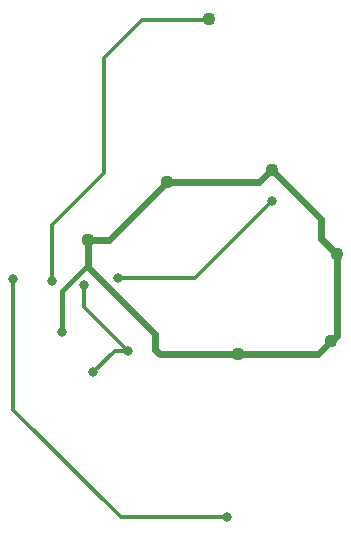
<source format=gbl>
G75*
G70*
%OFA0B0*%
%FSLAX24Y24*%
%IPPOS*%
%LPD*%
%AMOC8*
5,1,8,0,0,1.08239X$1,22.5*
%
%ADD10C,0.0436*%
%ADD11C,0.0240*%
%ADD12C,0.0318*%
%ADD13C,0.0160*%
%ADD14C,0.0120*%
D10*
X010631Y006813D03*
X013761Y007266D03*
X013938Y010160D03*
X011792Y012975D03*
X008269Y012561D03*
X005631Y010632D03*
X009686Y017994D03*
D11*
X011773Y012994D02*
X011674Y012896D01*
X011714Y012896D01*
X011792Y012975D01*
X011773Y012994D01*
X011792Y012975D02*
X013426Y011341D01*
X013426Y010672D01*
X013938Y010160D01*
X013938Y007443D01*
X013761Y007266D01*
X013308Y006813D01*
X010631Y006813D01*
X008032Y006813D01*
X007875Y006971D01*
X007875Y007483D01*
X005631Y009727D01*
X005631Y009805D01*
X005631Y010632D01*
X006340Y010632D01*
X008269Y012561D01*
X011340Y012561D01*
X011674Y012896D01*
D12*
X011773Y011931D03*
X006969Y006931D03*
X005828Y006223D03*
X004765Y007561D03*
X005513Y009136D03*
X004450Y009254D03*
X003151Y009333D03*
X006654Y009372D03*
X010277Y001380D03*
D13*
X004765Y007561D02*
X004765Y008939D01*
X005631Y009805D01*
D14*
X003151Y004963D02*
X006733Y001380D01*
X010277Y001380D01*
X005828Y006223D02*
X006536Y006931D01*
X006969Y006931D01*
X005513Y008388D01*
X005513Y009136D01*
X004450Y009254D02*
X004450Y011144D01*
X006182Y012876D01*
X006182Y016695D01*
X007442Y017955D01*
X009647Y017955D01*
X009686Y017994D01*
X011773Y011931D02*
X009214Y009372D01*
X006654Y009372D01*
X003151Y009333D02*
X003151Y004963D01*
M02*

</source>
